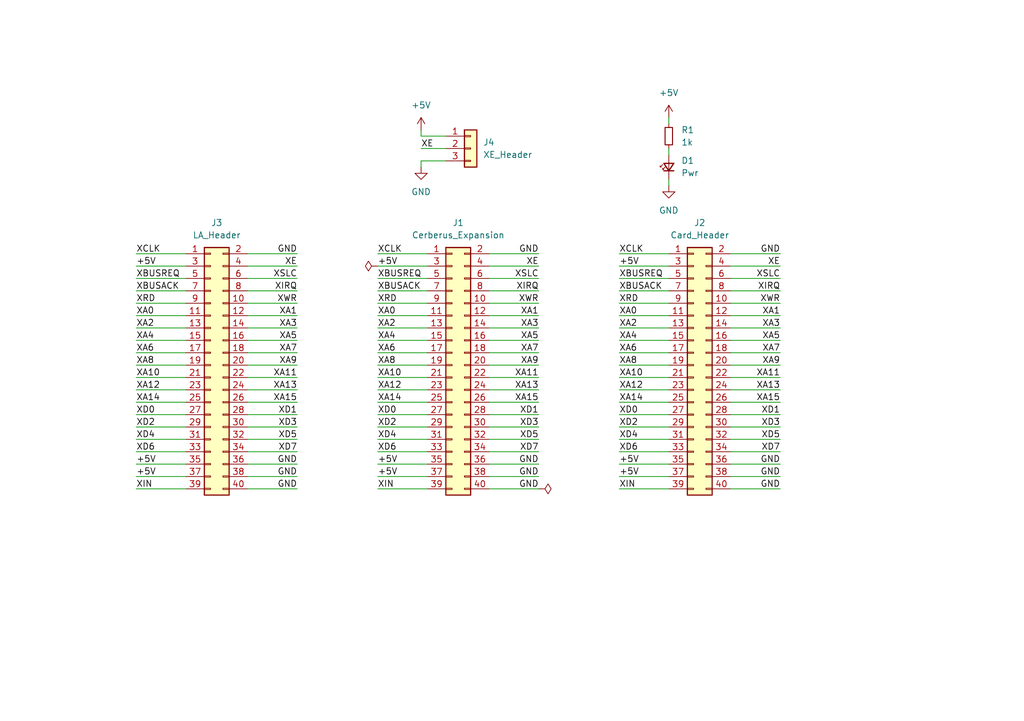
<source format=kicad_sch>
(kicad_sch (version 20231120) (generator "eeschema") (generator_version "8.0")
  (paper "A5")
  (title_block (title "CERBERUS 2100(tm) Logic Analyzer Adapter (1 to 1 map)") (date "2024-04-12") (rev "1") (company "@baldengineer"))
  (lib_symbols
    (symbol "Connector_Generic:Conn_01x03" (pin_names (offset 1.016) hide)
      (property "Reference" "J" (at 0 5.08 0))
      (property "Value" "Conn_01x03" (at 0 -5.08 0))
      (symbol "Conn_01x03_1_1"
        (rectangle (start -1.27 -2.413) (end 0 -2.667) (stroke (width 0.1524)))
        (rectangle (start -1.27 0.127) (end 0 -0.127) (stroke (width 0.1524)))
        (rectangle (start -1.27 2.667) (end 0 2.413) (stroke (width 0.1524)))
        (rectangle (start -1.27 3.81) (end 1.27 -3.81) (stroke (width 0.254)) (fill (type background)))
        (pin passive line (at -5.08 2.54 0) (length 3.81) (name "Pin_1") (number "1"))
        (pin passive line (at -5.08 0 0) (length 3.81) (name "Pin_2") (number "2"))
        (pin passive line (at -5.08 -2.54 0) (length 3.81) (name "Pin_3") (number "3"))
      )
    )
    (symbol "Connector_Generic:Conn_02x20_Odd_Even" (pin_names (offset 1.016) hide)
      (property "Reference" "J" (at 1.27 25.4 0))
      (property "Value" "Conn_02x20_Odd_Even" (at 1.27 -27.94 0))
      (symbol "Conn_02x20_Odd_Even_1_1"
        (rectangle (start -1.27 -25.273) (end 0 -25.527) (stroke (width 0.1524)))
        (rectangle (start -1.27 -22.733) (end 0 -22.987) (stroke (width 0.1524)))
        (rectangle (start -1.27 -20.193) (end 0 -20.447) (stroke (width 0.1524)))
        (rectangle (start -1.27 -17.653) (end 0 -17.907) (stroke (width 0.1524)))
        (rectangle (start -1.27 -15.113) (end 0 -15.367) (stroke (width 0.1524)))
        (rectangle (start -1.27 -12.573) (end 0 -12.827) (stroke (width 0.1524)))
        (rectangle (start -1.27 -10.033) (end 0 -10.287) (stroke (width 0.1524)))
        (rectangle (start -1.27 -7.493) (end 0 -7.747) (stroke (width 0.1524)))
        (rectangle (start -1.27 -4.953) (end 0 -5.207) (stroke (width 0.1524)))
        (rectangle (start -1.27 -2.413) (end 0 -2.667) (stroke (width 0.1524)))
        (rectangle (start -1.27 0.127) (end 0 -0.127) (stroke (width 0.1524)))
        (rectangle (start -1.27 2.667) (end 0 2.413) (stroke (width 0.1524)))
        (rectangle (start -1.27 5.207) (end 0 4.953) (stroke (width 0.1524)))
        (rectangle (start -1.27 7.747) (end 0 7.493) (stroke (width 0.1524)))
        (rectangle (start -1.27 10.287) (end 0 10.033) (stroke (width 0.1524)))
        (rectangle (start -1.27 12.827) (end 0 12.573) (stroke (width 0.1524)))
        (rectangle (start -1.27 15.367) (end 0 15.113) (stroke (width 0.1524)))
        (rectangle (start -1.27 17.907) (end 0 17.653) (stroke (width 0.1524)))
        (rectangle (start -1.27 20.447) (end 0 20.193) (stroke (width 0.1524)))
        (rectangle (start -1.27 22.987) (end 0 22.733) (stroke (width 0.1524)))
        (rectangle (start -1.27 24.13) (end 3.81 -26.67) (stroke (width 0.254)) (fill (type background)))
        (rectangle (start 3.81 -25.273) (end 2.54 -25.527) (stroke (width 0.1524)))
        (rectangle (start 3.81 -22.733) (end 2.54 -22.987) (stroke (width 0.1524)))
        (rectangle (start 3.81 -20.193) (end 2.54 -20.447) (stroke (width 0.1524)))
        (rectangle (start 3.81 -17.653) (end 2.54 -17.907) (stroke (width 0.1524)))
        (rectangle (start 3.81 -15.113) (end 2.54 -15.367) (stroke (width 0.1524)))
        (rectangle (start 3.81 -12.573) (end 2.54 -12.827) (stroke (width 0.1524)))
        (rectangle (start 3.81 -10.033) (end 2.54 -10.287) (stroke (width 0.1524)))
        (rectangle (start 3.81 -7.493) (end 2.54 -7.747) (stroke (width 0.1524)))
        (rectangle (start 3.81 -4.953) (end 2.54 -5.207) (stroke (width 0.1524)))
        (rectangle (start 3.81 -2.413) (end 2.54 -2.667) (stroke (width 0.1524)))
        (rectangle (start 3.81 0.127) (end 2.54 -0.127) (stroke (width 0.1524)))
        (rectangle (start 3.81 2.667) (end 2.54 2.413) (stroke (width 0.1524)))
        (rectangle (start 3.81 5.207) (end 2.54 4.953) (stroke (width 0.1524)))
        (rectangle (start 3.81 7.747) (end 2.54 7.493) (stroke (width 0.1524)))
        (rectangle (start 3.81 10.287) (end 2.54 10.033) (stroke (width 0.1524)))
        (rectangle (start 3.81 12.827) (end 2.54 12.573) (stroke (width 0.1524)))
        (rectangle (start 3.81 15.367) (end 2.54 15.113) (stroke (width 0.1524)))
        (rectangle (start 3.81 17.907) (end 2.54 17.653) (stroke (width 0.1524)))
        (rectangle (start 3.81 20.447) (end 2.54 20.193) (stroke (width 0.1524)))
        (rectangle (start 3.81 22.987) (end 2.54 22.733) (stroke (width 0.1524)))
        (pin passive line (at -5.08 22.86 0) (length 3.81) (name "Pin_1") (number "1"))
        (pin passive line (at 7.62 12.7 180) (length 3.81) (name "Pin_10") (number "10"))
        (pin passive line (at -5.08 10.16 0) (length 3.81) (name "Pin_11") (number "11"))
        (pin passive line (at 7.62 10.16 180) (length 3.81) (name "Pin_12") (number "12"))
        (pin passive line (at -5.08 7.62 0) (length 3.81) (name "Pin_13") (number "13"))
        (pin passive line (at 7.62 7.62 180) (length 3.81) (name "Pin_14") (number "14"))
        (pin passive line (at -5.08 5.08 0) (length 3.81) (name "Pin_15") (number "15"))
        (pin passive line (at 7.62 5.08 180) (length 3.81) (name "Pin_16") (number "16"))
        (pin passive line (at -5.08 2.54 0) (length 3.81) (name "Pin_17") (number "17"))
        (pin passive line (at 7.62 2.54 180) (length 3.81) (name "Pin_18") (number "18"))
        (pin passive line (at -5.08 0 0) (length 3.81) (name "Pin_19") (number "19"))
        (pin passive line (at 7.62 22.86 180) (length 3.81) (name "Pin_2") (number "2"))
        (pin passive line (at 7.62 0 180) (length 3.81) (name "Pin_20") (number "20"))
        (pin passive line (at -5.08 -2.54 0) (length 3.81) (name "Pin_21") (number "21"))
        (pin passive line (at 7.62 -2.54 180) (length 3.81) (name "Pin_22") (number "22"))
        (pin passive line (at -5.08 -5.08 0) (length 3.81) (name "Pin_23") (number "23"))
        (pin passive line (at 7.62 -5.08 180) (length 3.81) (name "Pin_24") (number "24"))
        (pin passive line (at -5.08 -7.62 0) (length 3.81) (name "Pin_25") (number "25"))
        (pin passive line (at 7.62 -7.62 180) (length 3.81) (name "Pin_26") (number "26"))
        (pin passive line (at -5.08 -10.16 0) (length 3.81) (name "Pin_27") (number "27"))
        (pin passive line (at 7.62 -10.16 180) (length 3.81) (name "Pin_28") (number "28"))
        (pin passive line (at -5.08 -12.7 0) (length 3.81) (name "Pin_29") (number "29"))
        (pin passive line (at -5.08 20.32 0) (length 3.81) (name "Pin_3") (number "3"))
        (pin passive line (at 7.62 -12.7 180) (length 3.81) (name "Pin_30") (number "30"))
        (pin passive line (at -5.08 -15.24 0) (length 3.81) (name "Pin_31") (number "31"))
        (pin passive line (at 7.62 -15.24 180) (length 3.81) (name "Pin_32") (number "32"))
        (pin passive line (at -5.08 -17.78 0) (length 3.81) (name "Pin_33") (number "33"))
        (pin passive line (at 7.62 -17.78 180) (length 3.81) (name "Pin_34") (number "34"))
        (pin passive line (at -5.08 -20.32 0) (length 3.81) (name "Pin_35") (number "35"))
        (pin passive line (at 7.62 -20.32 180) (length 3.81) (name "Pin_36") (number "36"))
        (pin passive line (at -5.08 -22.86 0) (length 3.81) (name "Pin_37") (number "37"))
        (pin passive line (at 7.62 -22.86 180) (length 3.81) (name "Pin_38") (number "38"))
        (pin passive line (at -5.08 -25.4 0) (length 3.81) (name "Pin_39") (number "39"))
        (pin passive line (at 7.62 20.32 180) (length 3.81) (name "Pin_4") (number "4"))
        (pin passive line (at 7.62 -25.4 180) (length 3.81) (name "Pin_40") (number "40"))
        (pin passive line (at -5.08 17.78 0) (length 3.81) (name "Pin_5") (number "5"))
        (pin passive line (at 7.62 17.78 180) (length 3.81) (name "Pin_6") (number "6"))
        (pin passive line (at -5.08 15.24 0) (length 3.81) (name "Pin_7") (number "7"))
        (pin passive line (at 7.62 15.24 180) (length 3.81) (name "Pin_8") (number "8"))
        (pin passive line (at -5.08 12.7 0) (length 3.81) (name "Pin_9") (number "9"))
      )
    )
    (symbol "Device:LED_Small" (pin_numbers hide) (pin_names (offset 0.254) hide)
      (property "Reference" "D" (at -1.27 3.175 0))
      (property "Value" "LED_Small" (at -4.445 -2.54 0))
      (symbol "LED_Small_0_1"
        (polyline (pts (xy -0.762 -1.016) (xy -0.762 1.016)) (stroke (width 0.254)))
        (polyline (pts (xy 1.016 0) (xy -0.762 0)))
        (polyline (pts (xy 0.762 -1.016) (xy -0.762 0) (xy 0.762 1.016) (xy 0.762 -1.016)) (stroke (width 0.254)))
        (polyline (pts (xy 0 0.762) (xy -0.508 1.27) (xy -0.254 1.27) (xy -0.508 1.27) (xy -0.508 1.016)))
        (polyline (pts (xy 0.508 1.27) (xy 0 1.778) (xy 0.254 1.778) (xy 0 1.778) (xy 0 1.524)))
      )
      (symbol "LED_Small_1_1"
        (pin passive line (at -2.54 0 0) (length 1.778) (name "K") (number "1"))
        (pin passive line (at 2.54 0 180) (length 1.778) (name "A") (number "2"))
      )
    )
    (symbol "My Library:R_0805" (pin_numbers hide) (pin_names (offset 0.254) hide)
      (property "Reference" "R" (at 0.762 0.508 0))
      (property "Value" "R_0805" (at 0.762 -1.016 0))
      (symbol "R_0805_0_1"
        (rectangle (start -0.762 1.778) (end 0.762 -1.778) (stroke (width 0.2032)))
      )
      (symbol "R_0805_1_1"
        (pin passive line (at 0 2.54 270) (length 0.762) (name "~") (number "1"))
        (pin passive line (at 0 -2.54 90) (length 0.762) (name "~") (number "2"))
      )
    )
    (symbol "power:+5V" (power) (pin_numbers hide) (pin_names (offset 0) hide)
      (property "Value" "+5V" (at 0 3.556 0))
      (symbol "+5V_0_1"
        (polyline (pts (xy -0.762 1.27) (xy 0 2.54)))
        (polyline (pts (xy 0 0) (xy 0 2.54)))
        (polyline (pts (xy 0 2.54) (xy 0.762 1.27)))
      )
      (symbol "+5V_1_1"
        (pin power_in line (at 0 0 90) (length 0) (name "~") (number "1"))
      )
    )
    (symbol "power:GND" (power) (pin_numbers hide) (pin_names (offset 0) hide)
      (property "Value" "GND" (at 0 -3.81 0))
      (symbol "GND_0_1"
        (polyline (pts (xy 0 0) (xy 0 -1.27) (xy 1.27 -1.27) (xy 0 -2.54) (xy -1.27 -1.27) (xy 0 -1.27)))
      )
      (symbol "GND_1_1"
        (pin power_in line (at 0 0 270) (length 0) (name "~") (number "1"))
      )
    )
    (symbol "power:PWR_FLAG" (power) (pin_numbers hide) (pin_names (offset 0) hide)
      (property "Value" "PWR_FLAG" (at 0 3.81 0))
      (symbol "PWR_FLAG_0_0"
        (pin power_out line (at 0 0 90) (length 0) (name "~") (number "1"))
      )
      (symbol "PWR_FLAG_0_1"
        (polyline (pts (xy 0 0) (xy 0 1.27) (xy -1.016 1.905) (xy 0 2.54) (xy 1.016 1.905) (xy 0 1.27)))
      )
    )
  )
  (wire (pts (xy 100.33 67.31) (xy 110.49 67.31)))
  (wire (pts (xy 149.86 62.23) (xy 160.02 62.23)))
  (wire (pts (xy 77.47 52.07) (xy 87.63 52.07)))
  (wire (pts (xy 77.47 92.71) (xy 87.63 92.71)))
  (wire (pts (xy 50.8 59.69) (xy 60.96 59.69)))
  (wire (pts (xy 149.86 52.07) (xy 160.02 52.07)))
  (wire (pts (xy 77.47 59.69) (xy 87.63 59.69)))
  (wire (pts (xy 100.33 54.61) (xy 110.49 54.61)))
  (wire (pts (xy 127 95.25) (xy 137.16 95.25)))
  (wire (pts (xy 77.47 54.61) (xy 87.63 54.61)))
  (wire (pts (xy 27.94 54.61) (xy 38.1 54.61)))
  (wire (pts (xy 100.33 77.47) (xy 110.49 77.47)))
  (wire (pts (xy 77.47 69.85) (xy 87.63 69.85)))
  (wire (pts (xy 27.94 77.47) (xy 38.1 77.47)))
  (wire (pts (xy 27.94 72.39) (xy 38.1 72.39)))
  (wire (pts (xy 127 85.09) (xy 137.16 85.09)))
  (wire (pts (xy 27.94 69.85) (xy 38.1 69.85)))
  (wire (pts (xy 27.94 80.01) (xy 38.1 80.01)))
  (wire (pts (xy 27.94 67.31) (xy 38.1 67.31)))
  (wire (pts (xy 77.47 87.63) (xy 87.63 87.63)))
  (wire (pts (xy 77.47 62.23) (xy 87.63 62.23)))
  (wire (pts (xy 50.8 52.07) (xy 60.96 52.07)))
  (wire (pts (xy 77.47 95.25) (xy 87.63 95.25)))
  (wire (pts (xy 50.8 72.39) (xy 60.96 72.39)))
  (wire (pts (xy 77.47 100.33) (xy 87.63 100.33)))
  (wire (pts (xy 100.33 90.17) (xy 110.49 90.17)))
  (wire (pts (xy 100.33 85.09) (xy 110.49 85.09)))
  (wire (pts (xy 27.94 97.79) (xy 38.1 97.79)))
  (wire (pts (xy 127 82.55) (xy 137.16 82.55)))
  (wire (pts (xy 100.33 52.07) (xy 110.49 52.07)))
  (wire (pts (xy 127 92.71) (xy 137.16 92.71)))
  (wire (pts (xy 27.94 87.63) (xy 38.1 87.63)))
  (wire (pts (xy 50.8 80.01) (xy 60.96 80.01)))
  (wire (pts (xy 127 90.17) (xy 137.16 90.17)))
  (wire (pts (xy 127 87.63) (xy 137.16 87.63)))
  (wire (pts (xy 100.33 95.25) (xy 110.49 95.25)))
  (wire (pts (xy 127 74.93) (xy 137.16 74.93)))
  (wire (pts (xy 27.94 92.71) (xy 38.1 92.71)))
  (wire (pts (xy 77.47 74.93) (xy 87.63 74.93)))
  (wire (pts (xy 100.33 82.55) (xy 110.49 82.55)))
  (wire (pts (xy 149.86 59.69) (xy 160.02 59.69)))
  (wire (pts (xy 50.8 87.63) (xy 60.96 87.63)))
  (wire (pts (xy 127 69.85) (xy 137.16 69.85)))
  (wire (pts (xy 50.8 69.85) (xy 60.96 69.85)))
  (wire (pts (xy 27.94 100.33) (xy 38.1 100.33)))
  (wire (pts (xy 50.8 82.55) (xy 60.96 82.55)))
  (wire (pts (xy 149.86 64.77) (xy 160.02 64.77)))
  (wire (pts (xy 77.47 85.09) (xy 87.63 85.09)))
  (wire (pts (xy 77.47 97.79) (xy 87.63 97.79)))
  (wire (pts (xy 127 97.79) (xy 137.16 97.79)))
  (wire (pts (xy 127 64.77) (xy 137.16 64.77)))
  (wire (pts (xy 91.44 30.48) (xy 86.36 30.48)))
  (wire (pts (xy 50.8 62.23) (xy 60.96 62.23)))
  (wire (pts (xy 27.94 59.69) (xy 38.1 59.69)))
  (wire (pts (xy 27.94 74.93) (xy 38.1 74.93)))
  (wire (pts (xy 149.86 67.31) (xy 160.02 67.31)))
  (wire (pts (xy 100.33 69.85) (xy 110.49 69.85)))
  (wire (pts (xy 27.94 90.17) (xy 38.1 90.17)))
  (wire (pts (xy 127 54.61) (xy 137.16 54.61)))
  (wire (pts (xy 149.86 69.85) (xy 160.02 69.85)))
  (wire (pts (xy 50.8 97.79) (xy 60.96 97.79)))
  (wire (pts (xy 77.47 67.31) (xy 87.63 67.31)))
  (wire (pts (xy 149.86 82.55) (xy 160.02 82.55)))
  (wire (pts (xy 50.8 95.25) (xy 60.96 95.25)))
  (wire (pts (xy 137.16 36.83) (xy 137.16 38.1)))
  (wire (pts (xy 27.94 64.77) (xy 38.1 64.77)))
  (wire (pts (xy 27.94 57.15) (xy 38.1 57.15)))
  (wire (pts (xy 77.47 82.55) (xy 87.63 82.55)))
  (wire (pts (xy 100.33 59.69) (xy 110.49 59.69)))
  (wire (pts (xy 149.86 54.61) (xy 160.02 54.61)))
  (wire (pts (xy 149.86 74.93) (xy 160.02 74.93)))
  (wire (pts (xy 149.86 80.01) (xy 160.02 80.01)))
  (wire (pts (xy 50.8 85.09) (xy 60.96 85.09)))
  (wire (pts (xy 50.8 92.71) (xy 60.96 92.71)))
  (wire (pts (xy 100.33 72.39) (xy 110.49 72.39)))
  (wire (pts (xy 127 72.39) (xy 137.16 72.39)))
  (wire (pts (xy 127 77.47) (xy 137.16 77.47)))
  (wire (pts (xy 127 52.07) (xy 137.16 52.07)))
  (wire (pts (xy 50.8 100.33) (xy 60.96 100.33)))
  (wire (pts (xy 127 57.15) (xy 137.16 57.15)))
  (wire (pts (xy 149.86 92.71) (xy 160.02 92.71)))
  (wire (pts (xy 77.47 77.47) (xy 87.63 77.47)))
  (wire (pts (xy 27.94 52.07) (xy 38.1 52.07)))
  (wire (pts (xy 127 67.31) (xy 137.16 67.31)))
  (wire (pts (xy 149.86 95.25) (xy 160.02 95.25)))
  (wire (pts (xy 50.8 67.31) (xy 60.96 67.31)))
  (wire (pts (xy 86.36 33.02) (xy 86.36 34.29)))
  (wire (pts (xy 27.94 95.25) (xy 38.1 95.25)))
  (wire (pts (xy 100.33 74.93) (xy 110.49 74.93)))
  (wire (pts (xy 127 100.33) (xy 137.16 100.33)))
  (wire (pts (xy 127 62.23) (xy 137.16 62.23)))
  (wire (pts (xy 127 59.69) (xy 137.16 59.69)))
  (wire (pts (xy 27.94 85.09) (xy 38.1 85.09)))
  (wire (pts (xy 137.16 30.48) (xy 137.16 31.75)))
  (wire (pts (xy 86.36 26.67) (xy 86.36 27.94)))
  (wire (pts (xy 127 80.01) (xy 137.16 80.01)))
  (wire (pts (xy 149.86 85.09) (xy 160.02 85.09)))
  (wire (pts (xy 149.86 77.47) (xy 160.02 77.47)))
  (wire (pts (xy 50.8 77.47) (xy 60.96 77.47)))
  (wire (pts (xy 149.86 72.39) (xy 160.02 72.39)))
  (wire (pts (xy 50.8 74.93) (xy 60.96 74.93)))
  (wire (pts (xy 149.86 100.33) (xy 160.02 100.33)))
  (wire (pts (xy 137.16 24.13) (xy 137.16 25.4)))
  (wire (pts (xy 77.47 64.77) (xy 87.63 64.77)))
  (wire (pts (xy 100.33 64.77) (xy 110.49 64.77)))
  (wire (pts (xy 149.86 87.63) (xy 160.02 87.63)))
  (wire (pts (xy 149.86 57.15) (xy 160.02 57.15)))
  (wire (pts (xy 100.33 80.01) (xy 110.49 80.01)))
  (wire (pts (xy 50.8 54.61) (xy 60.96 54.61)))
  (wire (pts (xy 91.44 33.02) (xy 86.36 33.02)))
  (wire (pts (xy 100.33 100.33) (xy 110.49 100.33)))
  (wire (pts (xy 100.33 62.23) (xy 110.49 62.23)))
  (wire (pts (xy 149.86 97.79) (xy 160.02 97.79)))
  (wire (pts (xy 77.47 72.39) (xy 87.63 72.39)))
  (wire (pts (xy 27.94 82.55) (xy 38.1 82.55)))
  (wire (pts (xy 149.86 90.17) (xy 160.02 90.17)))
  (wire (pts (xy 50.8 57.15) (xy 60.96 57.15)))
  (wire (pts (xy 77.47 80.01) (xy 87.63 80.01)))
  (wire (pts (xy 100.33 97.79) (xy 110.49 97.79)))
  (wire (pts (xy 100.33 87.63) (xy 110.49 87.63)))
  (wire (pts (xy 50.8 90.17) (xy 60.96 90.17)))
  (wire (pts (xy 100.33 57.15) (xy 110.49 57.15)))
  (wire (pts (xy 27.94 62.23) (xy 38.1 62.23)))
  (wire (pts (xy 86.36 27.94) (xy 91.44 27.94)))
  (wire (pts (xy 100.33 92.71) (xy 110.49 92.71)))
  (wire (pts (xy 77.47 57.15) (xy 87.63 57.15)))
  (wire (pts (xy 50.8 64.77) (xy 60.96 64.77)))
  (wire (pts (xy 77.47 90.17) (xy 87.63 90.17)))
  (label "XA7" (at 110.49 72.39 180))
  (label "XA6" (at 127 72.39 0))
  (label "XD3" (at 60.96 87.63 180))
  (label "+5V" (at 77.47 95.25 0))
  (label "XBUSREQ" (at 27.94 57.15 0))
  (label "XA15" (at 110.49 82.55 180))
  (label "XE" (at 160.02 54.61 180))
  (label "GND" (at 160.02 100.33 180))
  (label "XA2" (at 77.47 67.31 0))
  (label "XA9" (at 110.49 74.93 180))
  (label "GND" (at 160.02 97.79 180))
  (label "XD0" (at 127 85.09 0))
  (label "XA0" (at 27.94 64.77 0))
  (label "XSLC" (at 60.96 57.15 180))
  (label "GND" (at 110.49 100.33 180))
  (label "GND" (at 110.49 95.25 180))
  (label "XA5" (at 110.49 69.85 180))
  (label "XA9" (at 60.96 74.93 180))
  (label "+5V" (at 77.47 97.79 0))
  (label "XA10" (at 27.94 77.47 0))
  (label "XD5" (at 110.49 90.17 180))
  (label "XD6" (at 127 92.71 0))
  (label "XBUSACK" (at 77.47 59.69 0))
  (label "XA15" (at 160.02 82.55 180))
  (label "XSLC" (at 110.49 57.15 180))
  (label "XIN" (at 77.47 100.33 0))
  (label "XA12" (at 77.47 80.01 0))
  (label "XD0" (at 77.47 85.09 0))
  (label "GND" (at 160.02 52.07 180))
  (label "GND" (at 60.96 100.33 180))
  (label "XA15" (at 60.96 82.55 180))
  (label "XA1" (at 160.02 64.77 180))
  (label "XRD" (at 27.94 62.23 0))
  (label "GND" (at 110.49 97.79 180))
  (label "+5V" (at 77.47 54.61 0))
  (label "XA10" (at 127 77.47 0))
  (label "XA4" (at 127 69.85 0))
  (label "+5V" (at 127 97.79 0))
  (label "XA6" (at 27.94 72.39 0))
  (label "XIN" (at 27.94 100.33 0))
  (label "XD7" (at 160.02 92.71 180))
  (label "XD4" (at 27.94 90.17 0))
  (label "XA10" (at 77.47 77.47 0))
  (label "XD2" (at 77.47 87.63 0))
  (label "XBUSACK" (at 27.94 59.69 0))
  (label "XA2" (at 127 67.31 0))
  (label "XA8" (at 27.94 74.93 0))
  (label "XA1" (at 110.49 64.77 180))
  (label "XD5" (at 160.02 90.17 180))
  (label "XCLK" (at 77.47 52.07 0))
  (label "XA5" (at 160.02 69.85 180))
  (label "GND" (at 60.96 95.25 180))
  (label "XA8" (at 127 74.93 0))
  (label "XD5" (at 60.96 90.17 180))
  (label "+5V" (at 27.94 54.61 0))
  (label "GND" (at 110.49 52.07 180))
  (label "XIN" (at 127 100.33 0))
  (label "XWR" (at 60.96 62.23 180))
  (label "XD2" (at 127 87.63 0))
  (label "XIRQ" (at 110.49 59.69 180))
  (label "XA14" (at 77.47 82.55 0))
  (label "XA3" (at 110.49 67.31 180))
  (label "XA14" (at 127 82.55 0))
  (label "XD7" (at 60.96 92.71 180))
  (label "GND" (at 60.96 52.07 180))
  (label "XD1" (at 110.49 85.09 180))
  (label "XCLK" (at 27.94 52.07 0))
  (label "XWR" (at 160.02 62.23 180))
  (label "+5V" (at 127 95.25 0))
  (label "XRD" (at 127 62.23 0))
  (label "XBUSREQ" (at 127 57.15 0))
  (label "XA9" (at 160.02 74.93 180))
  (label "XE" (at 110.49 54.61 180))
  (label "XD7" (at 110.49 92.71 180))
  (label "XA13" (at 160.02 80.01 180))
  (label "XBUSREQ" (at 77.47 57.15 0))
  (label "XIRQ" (at 160.02 59.69 180))
  (label "+5V" (at 27.94 95.25 0))
  (label "XD6" (at 77.47 92.71 0))
  (label "+5V" (at 127 54.61 0))
  (label "XSLC" (at 160.02 57.15 180))
  (label "XD1" (at 160.02 85.09 180))
  (label "XA13" (at 60.96 80.01 180))
  (label "XA7" (at 160.02 72.39 180))
  (label "XA12" (at 27.94 80.01 0))
  (label "XA3" (at 160.02 67.31 180))
  (label "XD3" (at 160.02 87.63 180))
  (label "XWR" (at 110.49 62.23 180))
  (label "XD2" (at 27.94 87.63 0))
  (label "XD6" (at 27.94 92.71 0))
  (label "XA7" (at 60.96 72.39 180))
  (label "XE" (at 86.36 30.48 0))
  (label "XD1" (at 60.96 85.09 180))
  (label "XBUSACK" (at 127 59.69 0))
  (label "XD3" (at 110.49 87.63 180))
  (label "XA14" (at 27.94 82.55 0))
  (label "XRD" (at 77.47 62.23 0))
  (label "GND" (at 60.96 97.79 180))
  (label "XD0" (at 27.94 85.09 0))
  (label "XA6" (at 77.47 72.39 0))
  (label "XIRQ" (at 60.96 59.69 180))
  (label "XA11" (at 160.02 77.47 180))
  (label "XA4" (at 27.94 69.85 0))
  (label "XA2" (at 27.94 67.31 0))
  (label "XA12" (at 127 80.01 0))
  (label "XCLK" (at 127 52.07 0))
  (label "XA3" (at 60.96 67.31 180))
  (label "XE" (at 60.96 54.61 180))
  (label "GND" (at 160.02 95.25 180))
  (label "XA1" (at 60.96 64.77 180))
  (label "XA11" (at 60.96 77.47 180))
  (label "XA13" (at 110.49 80.01 180))
  (label "XA4" (at 77.47 69.85 0))
  (label "XA11" (at 110.49 77.47 180))
  (label "+5V" (at 27.94 97.79 0))
  (label "XD4" (at 77.47 90.17 0))
  (label "XA8" (at 77.47 74.93 0))
  (label "XA0" (at 127 64.77 0))
  (label "XA5" (at 60.96 69.85 180))
  (label "XD4" (at 127 90.17 0))
  (label "XA0" (at 77.47 64.77 0))
  (symbol (lib_id "Connector_Generic:Conn_02x20_Odd_Even") (at 43.18 74.93 0) (unit 1)
    (property "Reference" "J3" (at 44.45 45.72 0))
    (property "Value" "LA_Header" (at 44.45 48.26 0))
    (property "Footprint" "Connector_PinHeader_2.54mm:PinHeader_2x20_P2.54mm_Vertical" (effects (hide yes)))
    (property "Description" "Generic connector, double row, 02x20, odd/even pin numbering scheme (row 1 odd numbers, row 2 even numbers), script generated (kicad-library-utils/schlib/autogen/connector/)" (effects (hide yes)))
  )
  (symbol (lib_id "My Library:R_0805") (at 137.16 27.94 0) (unit 1)
    (property "Reference" "R1" (at 139.7 26.6699 0) (effects (justify left)))
    (property "Value" "1k" (at 139.7 29.2099 0) (effects (justify left)))
    (property "Footprint" "Resistor_SMD:R_0805_2012Metric_Pad1.20x1.40mm_HandSolder" (effects (hide yes)))
    (property "Description" "Resistor, small symbol with 0805 Package" (effects (hide yes)))
  )
  (symbol (lib_id "power:GND") (at 86.36 34.29 0) (unit 1)
    (property "Reference" "#PWR02" (effects (hide yes)))
    (property "Value" "GND" (at 86.36 39.37 0))
    (property "Description" "Power symbol creates a global label with name \"GND\" , ground" (effects (hide yes)))
  )
  (symbol (lib_id "Connector_Generic:Conn_01x03") (at 96.52 30.48 0) (unit 1)
    (property "Reference" "J4" (at 99.06 29.2099 0) (effects (justify left)))
    (property "Value" "XE_Header" (at 99.06 31.7499 0) (effects (justify left)))
    (property "Footprint" "Connector_PinHeader_2.54mm:PinHeader_1x03_P2.54mm_Vertical" (effects (hide yes)))
    (property "Description" "Generic connector, single row, 01x03, script generated (kicad-library-utils/schlib/autogen/connector/)" (effects (hide yes)))
  )
  (symbol (lib_id "Connector_Generic:Conn_02x20_Odd_Even") (at 92.71 74.93 0) (unit 1)
    (property "Reference" "J1" (at 93.98 45.72 0))
    (property "Value" "Cerberus_Expansion" (at 93.98 48.26 0))
    (property "Footprint" "Connector_PinSocket_2.54mm:PinSocket_2x20_P2.54mm_Vertical" (effects (hide yes)))
    (property "Description" "Generic connector, double row, 02x20, odd/even pin numbering scheme (row 1 odd numbers, row 2 even numbers), script generated (kicad-library-utils/schlib/autogen/connector/)" (effects (hide yes)))
  )
  (symbol (lib_id "power:PWR_FLAG") (at 77.47 54.61 90) (unit 1)
    (property "Reference" "#FLG01" (effects (hide yes)))
    (property "Value" "PWR_FLAG" (effects (hide yes)))
    (property "Description" "Special symbol for telling ERC where power comes from" (effects (hide yes)))
  )
  (symbol (lib_id "power:+5V") (at 86.36 26.67 0) (unit 1)
    (property "Reference" "#PWR01" (effects (hide yes)))
    (property "Value" "+5V" (at 86.36 21.59 0))
    (property "Description" "Power symbol creates a global label with name \"+5V\"" (effects (hide yes)))
  )
  (symbol (lib_id "Connector_Generic:Conn_02x20_Odd_Even") (at 142.24 74.93 0) (unit 1)
    (property "Reference" "J2" (at 143.51 45.72 0))
    (property "Value" "Card_Header" (at 143.51 48.26 0))
    (property "Footprint" "Connector_PinHeader_2.54mm:PinHeader_2x20_P2.54mm_Vertical" (effects (hide yes)))
    (property "Description" "Generic connector, double row, 02x20, odd/even pin numbering scheme (row 1 odd numbers, row 2 even numbers), script generated (kicad-library-utils/schlib/autogen/connector/)" (effects (hide yes)))
  )
  (symbol (lib_id "Device:LED_Small") (at 137.16 34.29 90) (unit 1)
    (property "Reference" "D1" (at 139.7 32.9564 90) (effects (justify right)))
    (property "Value" "Pwr" (at 139.7 35.4964 90) (effects (justify right)))
    (property "Footprint" "LED_SMD:LED_1206_3216Metric_Pad1.42x1.75mm_HandSolder" (effects (hide yes)))
    (property "Description" "Light emitting diode, small symbol" (effects (hide yes)))
  )
  (symbol (lib_id "power:PWR_FLAG") (at 110.49 100.33 270) (unit 1)
    (property "Reference" "#FLG02" (effects (hide yes)))
    (property "Value" "PWR_FLAG" (effects (hide yes)))
    (property "Description" "Special symbol for telling ERC where power comes from" (effects (hide yes)))
  )
  (symbol (lib_id "power:GND") (at 137.16 38.1 0) (unit 1)
    (property "Reference" "#PWR03" (effects (hide yes)))
    (property "Value" "GND" (at 137.16 43.18 0))
    (property "Description" "Power symbol creates a global label with name \"GND\" , ground" (effects (hide yes)))
  )
  (symbol (lib_id "power:+5V") (at 137.16 24.13 0) (unit 1)
    (property "Reference" "#PWR04" (effects (hide yes)))
    (property "Value" "+5V" (at 137.16 19.05 0))
    (property "Description" "Power symbol creates a global label with name \"+5V\"" (effects (hide yes)))
  )
)
</source>
